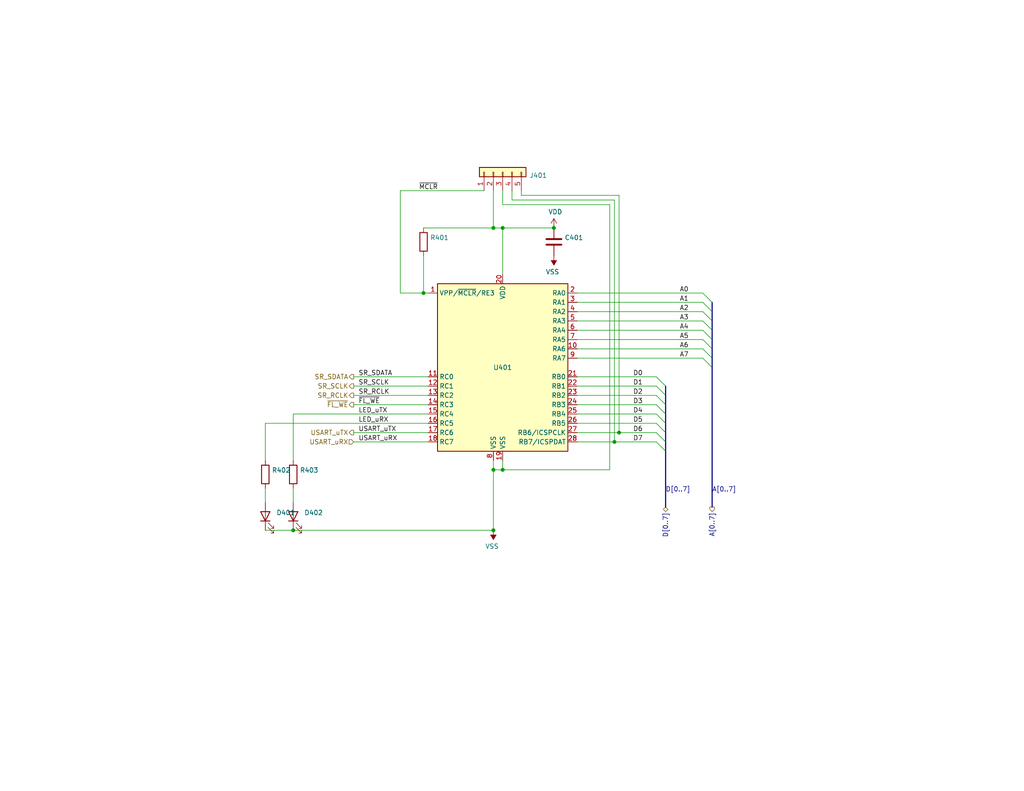
<source format=kicad_sch>
(kicad_sch (version 20211123) (generator eeschema)
  (paper "USLetter")
  (title_block (title "1005 Flash Programmer") (date "2021-12-12") (rev "1") (company "Dan Wilson") (comment 3 "Copyright © 2021 Dan Wilson") (comment 4 "SST39SF0x0A Flash Programmer"))
  (lib_symbols
    (symbol "Connector_Generic:Conn_01x05" (pin_names (offset 1.016) hide)
      (property "Reference" "J" (at 0 7.62 0))
      (property "Value" "Conn_01x05" (at 0 -7.62 0))
      (symbol "Conn_01x05_1_1"
        (rectangle (start -1.27 -4.953) (end 0 -5.207) (stroke (width 0.1524)))
        (rectangle (start -1.27 -2.413) (end 0 -2.667) (stroke (width 0.1524)))
        (rectangle (start -1.27 0.127) (end 0 -0.127) (stroke (width 0.1524)))
        (rectangle (start -1.27 2.667) (end 0 2.413) (stroke (width 0.1524)))
        (rectangle (start -1.27 5.207) (end 0 4.953) (stroke (width 0.1524)))
        (rectangle (start -1.27 6.35) (end 1.27 -6.35) (stroke (width 0.254)) (fill (type background)))
        (pin passive line (at -5.08 5.08 0) (length 3.81) (name "Pin_1") (number "1"))
        (pin passive line (at -5.08 2.54 0) (length 3.81) (name "Pin_2") (number "2"))
        (pin passive line (at -5.08 0 0) (length 3.81) (name "Pin_3") (number "3"))
        (pin passive line (at -5.08 -2.54 0) (length 3.81) (name "Pin_4") (number "4"))
        (pin passive line (at -5.08 -5.08 0) (length 3.81) (name "Pin_5") (number "5"))
      )
    )
    (symbol "Device:C" (pin_numbers hide) (pin_names (offset 0.254))
      (property "Reference" "C" (at 0.635 2.54 0))
      (property "Value" "C" (at 0.635 -2.54 0))
      (symbol "C_0_1"
        (polyline (pts (xy -2.032 -0.762) (xy 2.032 -0.762)) (stroke (width 0.508)))
        (polyline (pts (xy -2.032 0.762) (xy 2.032 0.762)) (stroke (width 0.508)))
      )
      (symbol "C_1_1"
        (pin passive line (at 0 3.81 270) (length 2.794) (name "~") (number "1"))
        (pin passive line (at 0 -3.81 90) (length 2.794) (name "~") (number "2"))
      )
    )
    (symbol "Device:LED" (pin_numbers hide) (pin_names (offset 1.016) hide)
      (property "Reference" "D" (at 0 2.54 0))
      (property "Value" "LED" (at 0 -2.54 0))
      (symbol "LED_0_1"
        (polyline (pts (xy -1.27 -1.27) (xy -1.27 1.27)) (stroke (width 0.254)))
        (polyline (pts (xy -1.27 0) (xy 1.27 0)))
        (polyline (pts (xy 1.27 -1.27) (xy 1.27 1.27) (xy -1.27 0) (xy 1.27 -1.27)) (stroke (width 0.254)))
        (polyline (pts (xy -3.048 -0.762) (xy -4.572 -2.286) (xy -3.81 -2.286) (xy -4.572 -2.286) (xy -4.572 -1.524)))
        (polyline (pts (xy -1.778 -0.762) (xy -3.302 -2.286) (xy -2.54 -2.286) (xy -3.302 -2.286) (xy -3.302 -1.524)))
      )
      (symbol "LED_1_1"
        (pin passive line (at -3.81 0 0) (length 2.54) (name "K") (number "1"))
        (pin passive line (at 3.81 0 180) (length 2.54) (name "A") (number "2"))
      )
    )
    (symbol "Device:R" (pin_numbers hide) (pin_names (offset 0))
      (property "Reference" "R" (at 2.032 0 90))
      (property "Value" "R" (at 0 0 90))
      (symbol "R_0_1"
        (rectangle (start -1.016 -2.54) (end 1.016 2.54) (stroke (width 0.254)))
      )
      (symbol "R_1_1"
        (pin passive line (at 0 3.81 270) (length 1.27) (name "~") (number "1"))
        (pin passive line (at 0 -3.81 90) (length 1.27) (name "~") (number "2"))
      )
    )
    (symbol "MCU_Microchip_PIC16:PIC16F15356-xSP"
      (property "Reference" "U?" (at 17.78 -24.13 0))
      (property "Value" "PIC16F15356-xSP" (at 0 0 0))
      (symbol "PIC16F15356-xSP_0_1"
        (rectangle (start 17.78 22.86) (end -17.78 -22.86) (stroke (width 0.254)) (fill (type background)))
      )
      (symbol "PIC16F15356-xSP_1_1"
        (pin bidirectional line (at -20.32 20.32 0) (length 2.54) (name "VPP/~{MCLR}/RE3") (number "1"))
        (pin bidirectional line (at 20.32 5.08 180) (length 2.54) (name "RA6") (number "10"))
        (pin bidirectional line (at -20.32 -2.54 0) (length 2.54) (name "RC0") (number "11"))
        (pin bidirectional line (at -20.32 -5.08 0) (length 2.54) (name "RC1") (number "12"))
        (pin bidirectional line (at -20.32 -7.62 0) (length 2.54) (name "RC2") (number "13"))
        (pin bidirectional line (at -20.32 -10.16 0) (length 2.54) (name "RC3") (number "14"))
        (pin bidirectional line (at -20.32 -12.7 0) (length 2.54) (name "RC4") (number "15"))
        (pin bidirectional line (at -20.32 -15.24 0) (length 2.54) (name "RC5") (number "16"))
        (pin bidirectional line (at -20.32 -17.78 0) (length 2.54) (name "RC6") (number "17"))
        (pin bidirectional line (at -20.32 -20.32 0) (length 2.54) (name "RC7") (number "18"))
        (pin power_in line (at 0 -25.4 90) (length 2.54) (name "VSS") (number "19"))
        (pin bidirectional line (at 20.32 20.32 180) (length 2.54) (name "RA0") (number "2"))
        (pin power_in line (at 0 25.4 270) (length 2.54) (name "VDD") (number "20"))
        (pin bidirectional line (at 20.32 -2.54 180) (length 2.54) (name "RB0") (number "21"))
        (pin bidirectional line (at 20.32 -5.08 180) (length 2.54) (name "RB1") (number "22"))
        (pin bidirectional line (at 20.32 -7.62 180) (length 2.54) (name "RB2") (number "23"))
        (pin bidirectional line (at 20.32 -10.16 180) (length 2.54) (name "RB3") (number "24"))
        (pin bidirectional line (at 20.32 -12.7 180) (length 2.54) (name "RB4") (number "25"))
        (pin bidirectional line (at 20.32 -15.24 180) (length 2.54) (name "RB5") (number "26"))
        (pin bidirectional line (at 20.32 -17.78 180) (length 2.54) (name "RB6/ICSPCLK") (number "27"))
        (pin bidirectional line (at 20.32 -20.32 180) (length 2.54) (name "RB7/ICSPDAT") (number "28"))
        (pin bidirectional line (at 20.32 17.78 180) (length 2.54) (name "RA1") (number "3"))
        (pin bidirectional line (at 20.32 15.24 180) (length 2.54) (name "RA2") (number "4"))
        (pin bidirectional line (at 20.32 12.7 180) (length 2.54) (name "RA3") (number "5"))
        (pin bidirectional line (at 20.32 10.16 180) (length 2.54) (name "RA4") (number "6"))
        (pin bidirectional line (at 20.32 7.62 180) (length 2.54) (name "RA5") (number "7"))
        (pin power_in line (at -2.54 -25.4 90) (length 2.54) (name "VSS") (number "8"))
        (pin bidirectional line (at 20.32 2.54 180) (length 2.54) (name "RA7") (number "9"))
      )
    )
    (symbol "power:VDD" (power) (pin_names (offset 0))
      (property "Value" "VDD" (at 0 3.81 0))
      (symbol "VDD_0_1"
        (polyline (pts (xy -0.762 1.27) (xy 0 2.54)))
        (polyline (pts (xy 0 0) (xy 0 2.54)))
        (polyline (pts (xy 0 2.54) (xy 0.762 1.27)))
      )
      (symbol "VDD_1_1"
        (pin power_in line (at 0 0 90) (length 0) hide (name "VDD") (number "1"))
      )
    )
    (symbol "power:VSS" (power) (pin_names (offset 0))
      (property "Value" "VSS" (at 0 3.81 0))
      (symbol "VSS_0_1"
        (polyline (pts (xy 0 0) (xy 0 2.54)))
        (polyline (pts (xy 0.762 1.27) (xy -0.762 1.27) (xy 0 2.54) (xy 0.762 1.27)) (fill (type outline)))
      )
      (symbol "VSS_1_1"
        (pin power_in line (at 0 0 90) (length 0) hide (name "VSS") (number "1"))
      )
    )
  )
  (junction (at 115.57 80.01))
  (junction (at 134.62 62.23))
  (junction (at 134.62 144.78))
  (junction (at 168.91 118.11))
  (junction (at 134.62 128.27))
  (junction (at 151.13 62.23))
  (junction (at 167.64 120.65))
  (junction (at 137.16 128.27))
  (junction (at 80.01 144.78))
  (junction (at 137.16 62.23))
  (bus_entry (at 191.77 87.63) (size 2.54 2.54))
  (bus_entry (at 191.77 85.09) (size 2.54 2.54))
  (bus_entry (at 179.07 113.03) (size 2.54 2.54))
  (bus_entry (at 179.07 105.41) (size 2.54 2.54))
  (bus_entry (at 179.07 102.87) (size 2.54 2.54))
  (bus_entry (at 179.07 107.95) (size 2.54 2.54))
  (bus_entry (at 191.77 97.79) (size 2.54 2.54))
  (bus_entry (at 191.77 92.71) (size 2.54 2.54))
  (bus_entry (at 191.77 90.17) (size 2.54 2.54))
  (bus_entry (at 179.07 115.57) (size 2.54 2.54))
  (bus_entry (at 179.07 118.11) (size 2.54 2.54))
  (bus_entry (at 179.07 120.65) (size 2.54 2.54))
  (bus_entry (at 191.77 80.01) (size 2.54 2.54))
  (bus_entry (at 179.07 110.49) (size 2.54 2.54))
  (bus_entry (at 191.77 95.25) (size 2.54 2.54))
  (bus_entry (at 191.77 82.55) (size 2.54 2.54))
  (bus (pts (xy 194.31 97.79) (xy 194.31 100.33)))
  (bus (pts (xy 181.61 118.11) (xy 181.61 120.65)))
  (wire (pts (xy 167.64 120.65) (xy 179.07 120.65)))
  (wire (pts (xy 151.13 62.23) (xy 137.16 62.23)))
  (bus (pts (xy 194.31 82.55) (xy 194.31 85.09)))
  (wire (pts (xy 116.84 110.49) (xy 96.52 110.49)))
  (wire (pts (xy 80.01 113.03) (xy 116.84 113.03)))
  (bus (pts (xy 181.61 110.49) (xy 181.61 113.03)))
  (bus (pts (xy 194.31 92.71) (xy 194.31 95.25)))
  (wire (pts (xy 142.24 53.34) (xy 168.91 53.34)))
  (wire (pts (xy 137.16 125.73) (xy 137.16 128.27)))
  (wire (pts (xy 137.16 128.27) (xy 134.62 128.27)))
  (bus (pts (xy 181.61 105.41) (xy 181.61 107.95)))
  (bus (pts (xy 181.61 115.57) (xy 181.61 118.11)))
  (wire (pts (xy 142.24 52.07) (xy 142.24 53.34)))
  (wire (pts (xy 168.91 118.11) (xy 179.07 118.11)))
  (wire (pts (xy 157.48 97.79) (xy 191.77 97.79)))
  (wire (pts (xy 157.48 80.01) (xy 191.77 80.01)))
  (wire (pts (xy 157.48 113.03) (xy 179.07 113.03)))
  (wire (pts (xy 116.84 80.01) (xy 115.57 80.01)))
  (wire (pts (xy 80.01 144.78) (xy 134.62 144.78)))
  (wire (pts (xy 167.64 54.61) (xy 167.64 120.65)))
  (wire (pts (xy 157.48 110.49) (xy 179.07 110.49)))
  (bus (pts (xy 194.31 90.17) (xy 194.31 92.71)))
  (wire (pts (xy 157.48 115.57) (xy 179.07 115.57)))
  (wire (pts (xy 116.84 120.65) (xy 96.52 120.65)))
  (wire (pts (xy 134.62 52.07) (xy 134.62 62.23)))
  (bus (pts (xy 194.31 87.63) (xy 194.31 90.17)))
  (wire (pts (xy 157.48 92.71) (xy 191.77 92.71)))
  (wire (pts (xy 80.01 133.35) (xy 80.01 137.16)))
  (wire (pts (xy 168.91 53.34) (xy 168.91 118.11)))
  (wire (pts (xy 166.37 55.88) (xy 137.16 55.88)))
  (wire (pts (xy 139.7 52.07) (xy 139.7 54.61)))
  (wire (pts (xy 72.39 115.57) (xy 116.84 115.57)))
  (wire (pts (xy 157.48 102.87) (xy 179.07 102.87)))
  (wire (pts (xy 72.39 115.57) (xy 72.39 125.73)))
  (wire (pts (xy 72.39 144.78) (xy 80.01 144.78)))
  (wire (pts (xy 134.62 62.23) (xy 137.16 62.23)))
  (wire (pts (xy 137.16 128.27) (xy 166.37 128.27)))
  (wire (pts (xy 137.16 55.88) (xy 137.16 52.07)))
  (wire (pts (xy 109.22 52.07) (xy 132.08 52.07)))
  (wire (pts (xy 115.57 69.85) (xy 115.57 80.01)))
  (bus (pts (xy 194.31 95.25) (xy 194.31 97.79)))
  (wire (pts (xy 157.48 107.95) (xy 179.07 107.95)))
  (wire (pts (xy 115.57 80.01) (xy 109.22 80.01)))
  (wire (pts (xy 157.48 105.41) (xy 179.07 105.41)))
  (wire (pts (xy 109.22 80.01) (xy 109.22 52.07)))
  (wire (pts (xy 137.16 62.23) (xy 137.16 74.93)))
  (wire (pts (xy 134.62 128.27) (xy 134.62 144.78)))
  (wire (pts (xy 139.7 54.61) (xy 167.64 54.61)))
  (wire (pts (xy 116.84 118.11) (xy 96.52 118.11)))
  (wire (pts (xy 116.84 102.87) (xy 96.52 102.87)))
  (wire (pts (xy 166.37 128.27) (xy 166.37 55.88)))
  (wire (pts (xy 157.48 82.55) (xy 191.77 82.55)))
  (wire (pts (xy 80.01 113.03) (xy 80.01 125.73)))
  (wire (pts (xy 157.48 90.17) (xy 191.77 90.17)))
  (bus (pts (xy 181.61 123.19) (xy 181.61 138.43)))
  (wire (pts (xy 157.48 87.63) (xy 191.77 87.63)))
  (wire (pts (xy 116.84 107.95) (xy 96.52 107.95)))
  (wire (pts (xy 168.91 118.11) (xy 157.48 118.11)))
  (wire (pts (xy 157.48 85.09) (xy 191.77 85.09)))
  (wire (pts (xy 115.57 62.23) (xy 134.62 62.23)))
  (bus (pts (xy 194.31 85.09) (xy 194.31 87.63)))
  (wire (pts (xy 116.84 105.41) (xy 96.52 105.41)))
  (bus (pts (xy 181.61 120.65) (xy 181.61 123.19)))
  (bus (pts (xy 181.61 107.95) (xy 181.61 110.49)))
  (wire (pts (xy 157.48 95.25) (xy 191.77 95.25)))
  (bus (pts (xy 194.31 100.33) (xy 194.31 138.43)))
  (wire (pts (xy 134.62 125.73) (xy 134.62 128.27)))
  (wire (pts (xy 72.39 133.35) (xy 72.39 137.16)))
  (bus (pts (xy 181.61 113.03) (xy 181.61 115.57)))
  (wire (pts (xy 167.64 120.65) (xy 157.48 120.65)))
  (label "SR_RCLK" (at 97.79 107.95 0))
  (label "A0" (at 185.42 80.01 0))
  (label "A3" (at 185.42 87.63 0))
  (label "LED_uTX" (at 97.79 113.03 0))
  (label "A1" (at 185.42 82.55 0))
  (label "SR_SCLK" (at 97.79 105.41 0))
  (label "~{FL_WE}" (at 97.79 110.49 0))
  (label "LED_uRX" (at 97.79 115.57 0))
  (label "D7" (at 172.72 120.65 0))
  (label "A7" (at 185.42 97.79 0))
  (label "A4" (at 185.42 90.17 0))
  (label "D5" (at 172.72 115.57 0))
  (label "A6" (at 185.42 95.25 0))
  (label "~{MCLR}" (at 114.3 52.07 0))
  (label "A2" (at 185.42 85.09 0))
  (label "SR_SDATA" (at 97.79 102.87 0))
  (label "USART_uTX" (at 97.79 118.11 0))
  (label "D4" (at 172.72 113.03 0))
  (label "D6" (at 172.72 118.11 0))
  (label "D3" (at 172.72 110.49 0))
  (label "A[0..7]" (at 194.31 134.62 0))
  (label "D0" (at 172.72 102.87 0))
  (label "D2" (at 172.72 107.95 0))
  (label "USART_uRX" (at 97.79 120.65 0))
  (label "D[0..7]" (at 181.61 134.62 0))
  (label "A5" (at 185.42 92.71 0))
  (label "D1" (at 172.72 105.41 0))
  (hierarchical_label "USART_uRX" (shape input) (at 96.52 120.65 180))
  (hierarchical_label "USART_uTX" (shape output) (at 96.52 118.11 180))
  (hierarchical_label "SR_SCLK" (shape output) (at 96.52 105.41 180))
  (hierarchical_label "~{FL_WE}" (shape output) (at 96.52 110.49 180))
  (hierarchical_label "SR_RCLK" (shape output) (at 96.52 107.95 180))
  (hierarchical_label "D[0..7]" (shape bidirectional) (at 181.61 138.43 270))
  (hierarchical_label "SR_SDATA" (shape output) (at 96.52 102.87 180))
  (hierarchical_label "A[0..7]" (shape output) (at 194.31 138.43 270))
  (symbol (lib_id "MCU_Microchip_PIC16:PIC16F15356-xSP") (at 137.16 100.33 0) (unit 1)
    (property "Reference" "U401" (at 137.16 100.33 0))
    (property "Datasheet" "https://ww1.microchip.com/downloads/en/DeviceDoc/PIC16F15256-74-75-76-28-40-Pin-Microcontrollers-40002305B.pdf" (effects hide))
    (property "DK_Datasheet_Link" "https://ww1.microchip.com/downloads/en/DeviceDoc/PIC16F15256-74-75-76-28-40-Pin-Microcontrollers-40002305B.pdf" (effects hide))
    (property "Description" "IC MCU 8BIT 28KB FLASH 28SPDIP" (effects hide))
    (property "Digi-Key_PN" "150-PIC16F15256-I/SP-ND" (effects hide))
    (property "Family" "Embedded - Microcontrollers" (effects hide))
    (property "MPN" "PIC16F15256-I/SP" (effects hide))
    (property "Manufacturer" "Microchip Technology" (effects hide))
  )
  (symbol (lib_id "power:VDD") (at 151.13 62.23 0) (unit 1)
    (property "Reference" "#PWR0401" (effects hide))
  )
  (symbol (lib_id "power:VSS") (at 134.62 144.78 180) (unit 1)
    (property "Reference" "#PWR0403" (effects hide))
  )
  (symbol (lib_id "Device:R") (at 115.57 66.04 0) (unit 1)
    (property "Reference" "R401" (at 117.348 64.8716 0) (effects (justify left)))
    (property "DK_Datasheet_Link" "https://www.yageo.com/upload/media/product/productsearch/datasheet/lr/YAGEO%20MFR_datasheet_2021v1.pdf" (effects hide))
    (property "Description" "RES 10K OHM 1% 1/4W AXIAL" (effects hide))
    (property "Digi-Key_PN" "10.0KXBK-ND" (effects hide))
    (property "Family" "Through Hole Resistors" (effects hide))
    (property "MPN" "MFR-25FBF52-10K" (effects hide))
    (property "Manufacturer" "YAGEO" (effects hide))
  )
  (symbol (lib_id "Device:C") (at 151.13 66.04 0) (unit 1)
    (property "Reference" "C401" (at 154.051 64.8716 0) (effects (justify left)))
    (property "Description" "CAP CER 0.1UF 50V X7R RADIAL" (effects hide))
    (property "Digi-Key_PN" "445-173588-1-ND" (effects hide))
    (property "Family" "Ceramic Capacitors" (effects hide))
    (property "MPN" "FG28X7R1H104KNT06" (effects hide))
    (property "Manufacturer" "TDK Corporation" (effects hide))
  )
  (symbol (lib_id "power:VSS") (at 151.13 69.85 180) (unit 1)
    (property "Reference" "#PWR0402" (effects hide))
  )
  (symbol (lib_id "Connector_Generic:Conn_01x05") (at 137.16 46.99 90) (unit 1)
    (property "Reference" "J401" (at 144.4752 47.9044 90) (effects (justify right)))
    (property "Datasheet" "https://app.adam-tech.com/products/download/data_sheet/201605/ph1-xx-ua-data-sheet.pdf" (effects hide))
    (property "DK_Datasheet_Link" "https://app.adam-tech.com/products/download/data_sheet/201605/ph1-xx-ua-data-sheet.pdf" (effects hide))
    (property "Description" "CONN HEADER VERT 5POS 2.54MM" (effects hide))
    (property "Digi-Key_PN" "2057-PH1-05-UA-ND" (effects hide))
    (property "Family" "Rectangular Connectors - Headers, Male Pins" (effects hide))
    (property "MPN" "PH1-05-UA" (effects hide))
    (property "Manufacturer" "Adam Tech" (effects hide))
  )
  (symbol (lib_id "Device:R") (at 72.39 129.54 0) (unit 1)
    (property "Reference" "R402" (at 74.168 128.3716 0) (effects (justify left)))
    (property "Datasheet" "https://www.yageo.com/upload/media/product/productsearch/datasheet/lr/YAGEO%20MFR_datasheet_2021v1.pdf" (effects hide))
    (property "DK_Datasheet_Link" "https://www.yageo.com/upload/media/product/productsearch/datasheet/lr/YAGEO%20MFR_datasheet_2021v1.pdf" (effects hide))
    (property "Description" "RES 300 OHM 1% 1/4W AXIAL" (effects hide))
    (property "Digi-Key_PN" "MFR-25FBF52-300R-ND" (effects hide))
    (property "Family" "Through Hole Resistors" (effects hide))
    (property "MPN" "MFR-25FBF52-300R" (effects hide))
    (property "Manufacturer" "YAGEO" (effects hide))
  )
  (symbol (lib_id "Device:R") (at 80.01 129.54 0) (unit 1)
    (property "Reference" "R403" (at 81.788 128.3716 0) (effects (justify left)))
    (property "Datasheet" "https://www.yageo.com/upload/media/product/productsearch/datasheet/lr/YAGEO%20MFR_datasheet_2021v1.pdf" (effects hide))
    (property "DK_Datasheet_Link" "https://www.yageo.com/upload/media/product/productsearch/datasheet/lr/YAGEO%20MFR_datasheet_2021v1.pdf" (effects hide))
    (property "Description" "RES 300 OHM 1% 1/4W AXIAL" (effects hide))
    (property "Digi-Key_PN" "MFR-25FBF52-300R-ND" (effects hide))
    (property "Family" "Through Hole Resistors" (effects hide))
    (property "MPN" "MFR-25FBF52-300R" (effects hide))
    (property "Manufacturer" "YAGEO" (effects hide))
  )
  (symbol (lib_id "Device:LED") (at 72.39 140.97 90) (unit 1)
    (property "Reference" "D401" (at 75.3872 139.9794 90) (effects (justify right)))
    (property "Datasheet" "https://media.digikey.com/pdf/Data%20Sheets/Lite-On%20PDFs/LTL-307A.pdf" (effects hide))
    (property "DK_Datasheet_Link" "https://media.digikey.com/pdf/Data%20Sheets/Lite-On%20PDFs/LTL-307A.pdf" (effects hide))
    (property "Description" "LED AMBER DIFFUSED T-1 3/4 T/H" (effects hide))
    (property "Digi-Key_PN" "160-1949-ND" (effects hide))
    (property "Family" "LED Indication - Discrete" (effects hide))
    (property "MPN" "LTL-307A" (effects hide))
    (property "Manufacturer" "LITEON" (effects hide))
  )
  (symbol (lib_id "Device:LED") (at 80.01 140.97 90) (unit 1)
    (property "Reference" "D402" (at 83.0072 139.9794 90) (effects (justify right)))
    (property "Datasheet" "https://media.digikey.com/pdf/Data%20Sheets/Lite-On%20PDFs/LTL-4233.pdf" (effects hide))
    (property "DK_Datasheet_Link" "https://media.digikey.com/pdf/Data%20Sheets/Lite-On%20PDFs/LTL-4233.pdf" (effects hide))
    (property "Description" "LED GREEN DIFFUSED T-1 3/4 T/H" (effects hide))
    (property "Digi-Key_PN" "160-1130-ND" (effects hide))
    (property "Family" "LED Indication - Discrete" (effects hide))
    (property "MPN" "LTL-4233" (effects hide))
    (property "Manufacturer" "LITEON" (effects hide))
  )
)
</source>
